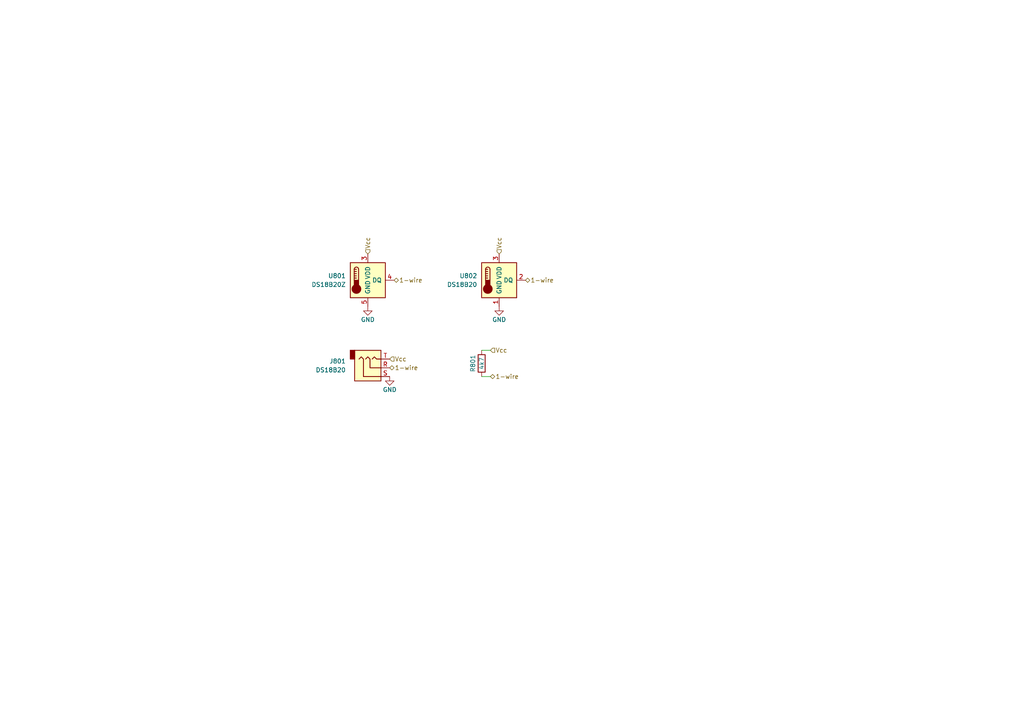
<source format=kicad_sch>
(kicad_sch (version 20211123) (generator eeschema)
  (paper "A4")
  (lib_symbols
    (symbol "Connector:AudioJack3"
      (property "Reference" "J" (at 0 8.89 0))
      (property "Value" "AudioJack3" (at 0 6.35 0))
      (symbol "AudioJack3_0_1"
        (rectangle (start -5.08 -5.08) (end -6.35 -2.54) (stroke (width 0.254)) (fill (type outline)))
        (polyline (pts (xy 0 -2.54) (xy 0.635 -3.175) (xy 1.27 -2.54) (xy 2.54 -2.54)) (stroke (width 0.254)))
        (polyline (pts (xy -1.905 -2.54) (xy -1.27 -3.175) (xy -0.635 -2.54) (xy -0.635 0) (xy 2.54 0)) (stroke (width 0.254)))
        (polyline (pts (xy 2.54 2.54) (xy -2.54 2.54) (xy -2.54 -2.54) (xy -3.175 -3.175) (xy -3.81 -2.54)) (stroke (width 0.254)))
        (rectangle (start 2.54 3.81) (end -5.08 -5.08) (stroke (width 0.254)) (fill (type background)))
      )
      (symbol "AudioJack3_1_1"
        (pin passive line (at 5.08 0 180) (length 2.54) (name "~") (number "R"))
        (pin passive line (at 5.08 2.54 180) (length 2.54) (name "~") (number "S"))
        (pin passive line (at 5.08 -2.54 180) (length 2.54) (name "~") (number "T"))
      )
    )
    (symbol "Device:R" (pin_numbers hide) (pin_names (offset 0))
      (property "Reference" "R" (at 2.032 0 90))
      (property "Value" "R" (at 0 0 90))
      (symbol "R_0_1"
        (rectangle (start -1.016 -2.54) (end 1.016 2.54) (stroke (width 0.254)))
      )
      (symbol "R_1_1"
        (pin passive line (at 0 3.81 270) (length 1.27) (name "~") (number "1"))
        (pin passive line (at 0 -3.81 90) (length 1.27) (name "~") (number "2"))
      )
    )
    (symbol "Sensor_Temperature:DS18B20" (pin_names (offset 1.016))
      (property "Reference" "U" (at -3.81 6.35 0))
      (property "Value" "DS18B20" (at 6.35 6.35 0))
      (symbol "DS18B20_0_1"
        (rectangle (start -5.08 5.08) (end 5.08 -5.08) (stroke (width 0.254)) (fill (type background)))
        (circle (center -3.302 -2.54) (radius 1.27) (stroke (width 0.254)) (fill (type outline)))
        (rectangle (start -2.667 -1.905) (end -3.937 0) (stroke (width 0.254)) (fill (type outline)))
        (arc (start -2.667 3.175) (mid -3.302 3.81) (end -3.937 3.175) (stroke (width 0.254)))
        (polyline (pts (xy -3.937 0.635) (xy -3.302 0.635)) (stroke (width 0.254)))
        (polyline (pts (xy -3.937 1.27) (xy -3.302 1.27)) (stroke (width 0.254)))
        (polyline (pts (xy -3.937 1.905) (xy -3.302 1.905)) (stroke (width 0.254)))
        (polyline (pts (xy -3.937 2.54) (xy -3.302 2.54)) (stroke (width 0.254)))
        (polyline (pts (xy -3.937 3.175) (xy -3.937 0)) (stroke (width 0.254)))
        (polyline (pts (xy -3.937 3.175) (xy -3.302 3.175)) (stroke (width 0.254)))
        (polyline (pts (xy -2.667 3.175) (xy -2.667 0)) (stroke (width 0.254)))
      )
      (symbol "DS18B20_1_1"
        (pin power_in line (at 0 -7.62 90) (length 2.54) (name "GND") (number "1"))
        (pin bidirectional line (at 7.62 0 180) (length 2.54) (name "DQ") (number "2"))
        (pin power_in line (at 0 7.62 270) (length 2.54) (name "VDD") (number "3"))
      )
    )
    (symbol "Sensor_Temperature:DS18B20Z" (pin_names (offset 1.016))
      (property "Reference" "U" (at -3.81 6.35 0))
      (property "Value" "DS18B20Z" (at 5.08 6.35 0))
      (symbol "DS18B20Z_0_1"
        (rectangle (start -5.08 5.08) (end 5.08 -5.08) (stroke (width 0.254)) (fill (type background)))
        (circle (center -3.302 -2.54) (radius 1.27) (stroke (width 0.254)) (fill (type outline)))
        (rectangle (start -2.667 -1.905) (end -3.937 0) (stroke (width 0.254)) (fill (type outline)))
        (arc (start -2.667 3.175) (mid -3.302 3.81) (end -3.937 3.175) (stroke (width 0.254)))
        (polyline (pts (xy -3.937 0.635) (xy -3.302 0.635)) (stroke (width 0.254)))
        (polyline (pts (xy -3.937 1.27) (xy -3.302 1.27)) (stroke (width 0.254)))
        (polyline (pts (xy -3.937 1.905) (xy -3.302 1.905)) (stroke (width 0.254)))
        (polyline (pts (xy -3.937 2.54) (xy -3.302 2.54)) (stroke (width 0.254)))
        (polyline (pts (xy -3.937 3.175) (xy -3.937 0)) (stroke (width 0.254)))
        (polyline (pts (xy -3.937 3.175) (xy -3.302 3.175)) (stroke (width 0.254)))
        (polyline (pts (xy -2.667 3.175) (xy -2.667 0)) (stroke (width 0.254)))
      )
      (symbol "DS18B20Z_1_1"
        (pin no_connect line (at -7.62 2.54 0) (length 2.54) hide (name "NC") (number "1"))
        (pin no_connect line (at -7.62 0 0) (length 2.54) hide (name "NC") (number "2"))
        (pin power_in line (at 0 7.62 270) (length 2.54) (name "VDD") (number "3"))
        (pin bidirectional line (at 7.62 0 180) (length 2.54) (name "DQ") (number "4"))
        (pin power_in line (at 0 -7.62 90) (length 2.54) (name "GND") (number "5"))
        (pin no_connect line (at -7.62 -2.54 0) (length 2.54) hide (name "NC") (number "6"))
        (pin no_connect line (at 7.62 2.54 180) (length 2.54) hide (name "NC") (number "7"))
        (pin no_connect line (at 7.62 -2.54 180) (length 2.54) hide (name "NC") (number "8"))
      )
    )
    (symbol "power:GND" (power) (pin_names (offset 0))
      (property "Value" "GND" (at 0 -3.81 0))
      (symbol "GND_0_1"
        (polyline (pts (xy 0 0) (xy 0 -1.27) (xy 1.27 -1.27) (xy 0 -2.54) (xy -1.27 -1.27) (xy 0 -1.27)))
      )
      (symbol "GND_1_1"
        (pin power_in line (at 0 0 270) (length 0) hide (name "GND") (number "1"))
      )
    )
  )
  (wire (pts (xy 142.24 109.22) (xy 139.7 109.22)))
  (wire (pts (xy 142.24 101.6) (xy 139.7 101.6)))
  (hierarchical_label "1-wire" (shape bidirectional) (at 113.03 106.68 0))
  (hierarchical_label "Vcc" (shape input) (at 113.03 104.14 0))
  (hierarchical_label "1-wire" (shape bidirectional) (at 142.24 109.22 0))
  (hierarchical_label "Vcc" (shape input) (at 106.68 73.66 90))
  (hierarchical_label "Vcc" (shape input) (at 144.78 73.66 90))
  (hierarchical_label "1-wire" (shape bidirectional) (at 114.3 81.28 0))
  (hierarchical_label "Vcc" (shape input) (at 142.24 101.6 0))
  (hierarchical_label "1-wire" (shape bidirectional) (at 152.4 81.28 0))
  (symbol (lib_id "Device:R") (at 139.7 105.41 180) (unit 1)
    (property "Reference" "R801" (at 137.16 105.41 90))
    (property "Value" "4k7" (at 139.7 105.41 90))
    (property "Footprint" "Resistor_SMD:R_0805_2012Metric_Pad1.20x1.40mm_HandSolder" (effects hide))
  )
  (symbol (lib_id "Connector:AudioJack3") (at 107.95 106.68 0) (mirror x) (unit 1)
    (property "Reference" "J801" (at 100.33 104.7749 0) (effects (justify right)))
    (property "Value" "DS18B20" (at 100.33 107.3149 0) (effects (justify right)))
    (property "Footprint" "-local:Jack_3.5mm_Horizontal" (effects hide))
  )
  (symbol (lib_id "power:GND") (at 113.03 109.22 0) (unit 1)
    (property "Reference" "#PWR0802" (effects hide))
    (property "Value" "GND" (at 113.03 113.03 0))
  )
  (symbol (lib_id "power:GND") (at 144.78 88.9 0) (unit 1)
    (property "Reference" "#PWR0803" (effects hide))
    (property "Value" "GND" (at 144.78 92.71 0))
  )
  (symbol (lib_id "power:GND") (at 106.68 88.9 0) (unit 1)
    (property "Reference" "#PWR0801" (effects hide))
    (property "Value" "GND" (at 106.68 92.71 0))
  )
  (symbol (lib_id "Sensor_Temperature:DS18B20") (at 144.78 81.28 0) (unit 1)
    (property "Reference" "U802" (at 138.43 80.0099 0) (effects (justify right)))
    (property "Value" "DS18B20" (at 138.43 82.5499 0) (effects (justify right)))
    (property "Footprint" "Package_TO_SOT_THT:TO-92_Inline" (effects hide))
    (property "Datasheet" "http://datasheets.maximintegrated.com/en/ds/DS18B20.pdf" (effects hide))
  )
  (symbol (lib_id "Sensor_Temperature:DS18B20Z") (at 106.68 81.28 0) (unit 1)
    (property "Reference" "U801" (at 100.33 80.0099 0) (effects (justify right)))
    (property "Value" "DS18B20Z" (at 100.33 82.5499 0) (effects (justify right)))
    (property "Footprint" "Package_SO:SOIC-8_3.9x4.9mm_P1.27mm" (effects hide))
    (property "Datasheet" "http://datasheets.maximintegrated.com/en/ds/DS18B20.pdf" (effects hide))
  )
)
</source>
